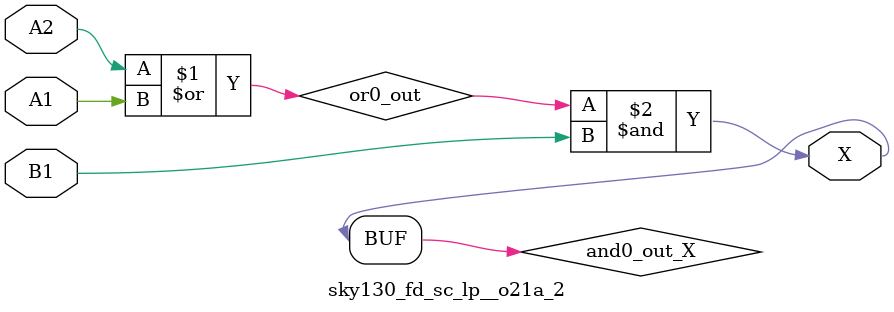
<source format=v>
/*
 * Copyright 2020 The SkyWater PDK Authors
 *
 * Licensed under the Apache License, Version 2.0 (the "License");
 * you may not use this file except in compliance with the License.
 * You may obtain a copy of the License at
 *
 *     https://www.apache.org/licenses/LICENSE-2.0
 *
 * Unless required by applicable law or agreed to in writing, software
 * distributed under the License is distributed on an "AS IS" BASIS,
 * WITHOUT WARRANTIES OR CONDITIONS OF ANY KIND, either express or implied.
 * See the License for the specific language governing permissions and
 * limitations under the License.
 *
 * SPDX-License-Identifier: Apache-2.0
*/


`ifndef SKY130_FD_SC_LP__O21A_2_FUNCTIONAL_V
`define SKY130_FD_SC_LP__O21A_2_FUNCTIONAL_V

/**
 * o21a: 2-input OR into first input of 2-input AND.
 *
 *       X = ((A1 | A2) & B1)
 *
 * Verilog simulation functional model.
 */

`timescale 1ns / 1ps
`default_nettype none

`celldefine
module sky130_fd_sc_lp__o21a_2 (
    X ,
    A1,
    A2,
    B1
);

    // Module ports
    output X ;
    input  A1;
    input  A2;
    input  B1;

    // Local signals
    wire or0_out   ;
    wire and0_out_X;

    //  Name  Output      Other arguments
    or  or0  (or0_out   , A2, A1         );
    and and0 (and0_out_X, or0_out, B1    );
    buf buf0 (X         , and0_out_X     );

endmodule
`endcelldefine

`default_nettype wire
`endif  // SKY130_FD_SC_LP__O21A_2_FUNCTIONAL_V

</source>
